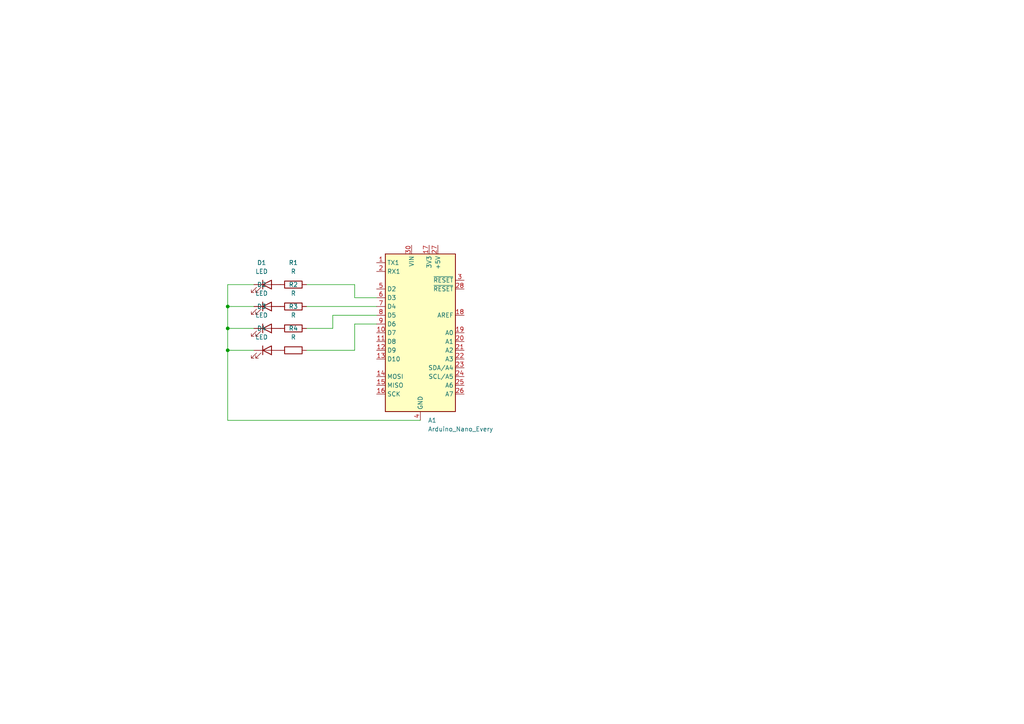
<source format=kicad_sch>
(kicad_sch
	(version 20231120)
	(generator "eeschema")
	(generator_version "8.0")
	(uuid "ede7393b-1658-4cd6-a1ba-dc5096bec480")
	(paper "A4")
	(lib_symbols
		(symbol "Device:LED"
			(pin_numbers hide)
			(pin_names
				(offset 1.016) hide)
			(exclude_from_sim no)
			(in_bom yes)
			(on_board yes)
			(property "Reference" "D"
				(at 0 2.54 0)
				(effects
					(font
						(size 1.27 1.27)
					)
				)
			)
			(property "Value" "LED"
				(at 0 -2.54 0)
				(effects
					(font
						(size 1.27 1.27)
					)
				)
			)
			(property "Footprint" ""
				(at 0 0 0)
				(effects
					(font
						(size 1.27 1.27)
					)
					(hide yes)
				)
			)
			(property "Datasheet" "~"
				(at 0 0 0)
				(effects
					(font
						(size 1.27 1.27)
					)
					(hide yes)
				)
			)
			(property "Description" "Light emitting diode"
				(at 0 0 0)
				(effects
					(font
						(size 1.27 1.27)
					)
					(hide yes)
				)
			)
			(property "ki_keywords" "LED diode"
				(at 0 0 0)
				(effects
					(font
						(size 1.27 1.27)
					)
					(hide yes)
				)
			)
			(property "ki_fp_filters" "LED* LED_SMD:* LED_THT:*"
				(at 0 0 0)
				(effects
					(font
						(size 1.27 1.27)
					)
					(hide yes)
				)
			)
			(symbol "LED_0_1"
				(polyline
					(pts
						(xy -1.27 -1.27) (xy -1.27 1.27)
					)
					(stroke
						(width 0.254)
						(type default)
					)
					(fill
						(type none)
					)
				)
				(polyline
					(pts
						(xy -1.27 0) (xy 1.27 0)
					)
					(stroke
						(width 0)
						(type default)
					)
					(fill
						(type none)
					)
				)
				(polyline
					(pts
						(xy 1.27 -1.27) (xy 1.27 1.27) (xy -1.27 0) (xy 1.27 -1.27)
					)
					(stroke
						(width 0.254)
						(type default)
					)
					(fill
						(type none)
					)
				)
				(polyline
					(pts
						(xy -3.048 -0.762) (xy -4.572 -2.286) (xy -3.81 -2.286) (xy -4.572 -2.286) (xy -4.572 -1.524)
					)
					(stroke
						(width 0)
						(type default)
					)
					(fill
						(type none)
					)
				)
				(polyline
					(pts
						(xy -1.778 -0.762) (xy -3.302 -2.286) (xy -2.54 -2.286) (xy -3.302 -2.286) (xy -3.302 -1.524)
					)
					(stroke
						(width 0)
						(type default)
					)
					(fill
						(type none)
					)
				)
			)
			(symbol "LED_1_1"
				(pin passive line
					(at -3.81 0 0)
					(length 2.54)
					(name "K"
						(effects
							(font
								(size 1.27 1.27)
							)
						)
					)
					(number "1"
						(effects
							(font
								(size 1.27 1.27)
							)
						)
					)
				)
				(pin passive line
					(at 3.81 0 180)
					(length 2.54)
					(name "A"
						(effects
							(font
								(size 1.27 1.27)
							)
						)
					)
					(number "2"
						(effects
							(font
								(size 1.27 1.27)
							)
						)
					)
				)
			)
		)
		(symbol "Device:R"
			(pin_numbers hide)
			(pin_names
				(offset 0)
			)
			(exclude_from_sim no)
			(in_bom yes)
			(on_board yes)
			(property "Reference" "R"
				(at 2.032 0 90)
				(effects
					(font
						(size 1.27 1.27)
					)
				)
			)
			(property "Value" "R"
				(at 0 0 90)
				(effects
					(font
						(size 1.27 1.27)
					)
				)
			)
			(property "Footprint" ""
				(at -1.778 0 90)
				(effects
					(font
						(size 1.27 1.27)
					)
					(hide yes)
				)
			)
			(property "Datasheet" "~"
				(at 0 0 0)
				(effects
					(font
						(size 1.27 1.27)
					)
					(hide yes)
				)
			)
			(property "Description" "Resistor"
				(at 0 0 0)
				(effects
					(font
						(size 1.27 1.27)
					)
					(hide yes)
				)
			)
			(property "ki_keywords" "R res resistor"
				(at 0 0 0)
				(effects
					(font
						(size 1.27 1.27)
					)
					(hide yes)
				)
			)
			(property "ki_fp_filters" "R_*"
				(at 0 0 0)
				(effects
					(font
						(size 1.27 1.27)
					)
					(hide yes)
				)
			)
			(symbol "R_0_1"
				(rectangle
					(start -1.016 -2.54)
					(end 1.016 2.54)
					(stroke
						(width 0.254)
						(type default)
					)
					(fill
						(type none)
					)
				)
			)
			(symbol "R_1_1"
				(pin passive line
					(at 0 3.81 270)
					(length 1.27)
					(name "~"
						(effects
							(font
								(size 1.27 1.27)
							)
						)
					)
					(number "1"
						(effects
							(font
								(size 1.27 1.27)
							)
						)
					)
				)
				(pin passive line
					(at 0 -3.81 90)
					(length 1.27)
					(name "~"
						(effects
							(font
								(size 1.27 1.27)
							)
						)
					)
					(number "2"
						(effects
							(font
								(size 1.27 1.27)
							)
						)
					)
				)
			)
		)
		(symbol "MCU_Module:Arduino_Nano_Every"
			(exclude_from_sim no)
			(in_bom yes)
			(on_board yes)
			(property "Reference" "A"
				(at -10.16 23.495 0)
				(effects
					(font
						(size 1.27 1.27)
					)
					(justify left bottom)
				)
			)
			(property "Value" "Arduino_Nano_Every"
				(at 5.08 -24.13 0)
				(effects
					(font
						(size 1.27 1.27)
					)
					(justify left top)
				)
			)
			(property "Footprint" "Module:Arduino_Nano"
				(at 0 0 0)
				(effects
					(font
						(size 1.27 1.27)
						(italic yes)
					)
					(hide yes)
				)
			)
			(property "Datasheet" "https://content.arduino.cc/assets/NANOEveryV3.0_sch.pdf"
				(at 0 0 0)
				(effects
					(font
						(size 1.27 1.27)
					)
					(hide yes)
				)
			)
			(property "Description" "Arduino Nano Every"
				(at 0 0 0)
				(effects
					(font
						(size 1.27 1.27)
					)
					(hide yes)
				)
			)
			(property "ki_keywords" "Arduino nano microcontroller module USB UPDI AATMega4809 AVR"
				(at 0 0 0)
				(effects
					(font
						(size 1.27 1.27)
					)
					(hide yes)
				)
			)
			(property "ki_fp_filters" "Arduino*Nano*"
				(at 0 0 0)
				(effects
					(font
						(size 1.27 1.27)
					)
					(hide yes)
				)
			)
			(symbol "Arduino_Nano_Every_0_1"
				(rectangle
					(start -10.16 22.86)
					(end 10.16 -22.86)
					(stroke
						(width 0.254)
						(type default)
					)
					(fill
						(type background)
					)
				)
			)
			(symbol "Arduino_Nano_Every_1_1"
				(pin bidirectional line
					(at -12.7 20.32 0)
					(length 2.54)
					(name "TX1"
						(effects
							(font
								(size 1.27 1.27)
							)
						)
					)
					(number "1"
						(effects
							(font
								(size 1.27 1.27)
							)
						)
					)
				)
				(pin bidirectional line
					(at -12.7 0 0)
					(length 2.54)
					(name "D7"
						(effects
							(font
								(size 1.27 1.27)
							)
						)
					)
					(number "10"
						(effects
							(font
								(size 1.27 1.27)
							)
						)
					)
				)
				(pin bidirectional line
					(at -12.7 -2.54 0)
					(length 2.54)
					(name "D8"
						(effects
							(font
								(size 1.27 1.27)
							)
						)
					)
					(number "11"
						(effects
							(font
								(size 1.27 1.27)
							)
						)
					)
				)
				(pin bidirectional line
					(at -12.7 -5.08 0)
					(length 2.54)
					(name "D9"
						(effects
							(font
								(size 1.27 1.27)
							)
						)
					)
					(number "12"
						(effects
							(font
								(size 1.27 1.27)
							)
						)
					)
				)
				(pin bidirectional line
					(at -12.7 -7.62 0)
					(length 2.54)
					(name "D10"
						(effects
							(font
								(size 1.27 1.27)
							)
						)
					)
					(number "13"
						(effects
							(font
								(size 1.27 1.27)
							)
						)
					)
				)
				(pin bidirectional line
					(at -12.7 -12.7 0)
					(length 2.54)
					(name "MOSI"
						(effects
							(font
								(size 1.27 1.27)
							)
						)
					)
					(number "14"
						(effects
							(font
								(size 1.27 1.27)
							)
						)
					)
				)
				(pin bidirectional line
					(at -12.7 -15.24 0)
					(length 2.54)
					(name "MISO"
						(effects
							(font
								(size 1.27 1.27)
							)
						)
					)
					(number "15"
						(effects
							(font
								(size 1.27 1.27)
							)
						)
					)
				)
				(pin bidirectional line
					(at -12.7 -17.78 0)
					(length 2.54)
					(name "SCK"
						(effects
							(font
								(size 1.27 1.27)
							)
						)
					)
					(number "16"
						(effects
							(font
								(size 1.27 1.27)
							)
						)
					)
				)
				(pin power_out line
					(at 2.54 25.4 270)
					(length 2.54)
					(name "3V3"
						(effects
							(font
								(size 1.27 1.27)
							)
						)
					)
					(number "17"
						(effects
							(font
								(size 1.27 1.27)
							)
						)
					)
				)
				(pin input line
					(at 12.7 5.08 180)
					(length 2.54)
					(name "AREF"
						(effects
							(font
								(size 1.27 1.27)
							)
						)
					)
					(number "18"
						(effects
							(font
								(size 1.27 1.27)
							)
						)
					)
				)
				(pin bidirectional line
					(at 12.7 0 180)
					(length 2.54)
					(name "A0"
						(effects
							(font
								(size 1.27 1.27)
							)
						)
					)
					(number "19"
						(effects
							(font
								(size 1.27 1.27)
							)
						)
					)
				)
				(pin bidirectional line
					(at -12.7 17.78 0)
					(length 2.54)
					(name "RX1"
						(effects
							(font
								(size 1.27 1.27)
							)
						)
					)
					(number "2"
						(effects
							(font
								(size 1.27 1.27)
							)
						)
					)
				)
				(pin bidirectional line
					(at 12.7 -2.54 180)
					(length 2.54)
					(name "A1"
						(effects
							(font
								(size 1.27 1.27)
							)
						)
					)
					(number "20"
						(effects
							(font
								(size 1.27 1.27)
							)
						)
					)
				)
				(pin bidirectional line
					(at 12.7 -5.08 180)
					(length 2.54)
					(name "A2"
						(effects
							(font
								(size 1.27 1.27)
							)
						)
					)
					(number "21"
						(effects
							(font
								(size 1.27 1.27)
							)
						)
					)
				)
				(pin bidirectional line
					(at 12.7 -7.62 180)
					(length 2.54)
					(name "A3"
						(effects
							(font
								(size 1.27 1.27)
							)
						)
					)
					(number "22"
						(effects
							(font
								(size 1.27 1.27)
							)
						)
					)
				)
				(pin bidirectional line
					(at 12.7 -10.16 180)
					(length 2.54)
					(name "SDA/A4"
						(effects
							(font
								(size 1.27 1.27)
							)
						)
					)
					(number "23"
						(effects
							(font
								(size 1.27 1.27)
							)
						)
					)
				)
				(pin bidirectional line
					(at 12.7 -12.7 180)
					(length 2.54)
					(name "SCL/A5"
						(effects
							(font
								(size 1.27 1.27)
							)
						)
					)
					(number "24"
						(effects
							(font
								(size 1.27 1.27)
							)
						)
					)
				)
				(pin bidirectional line
					(at 12.7 -15.24 180)
					(length 2.54)
					(name "A6"
						(effects
							(font
								(size 1.27 1.27)
							)
						)
					)
					(number "25"
						(effects
							(font
								(size 1.27 1.27)
							)
						)
					)
				)
				(pin bidirectional line
					(at 12.7 -17.78 180)
					(length 2.54)
					(name "A7"
						(effects
							(font
								(size 1.27 1.27)
							)
						)
					)
					(number "26"
						(effects
							(font
								(size 1.27 1.27)
							)
						)
					)
				)
				(pin power_out line
					(at 5.08 25.4 270)
					(length 2.54)
					(name "+5V"
						(effects
							(font
								(size 1.27 1.27)
							)
						)
					)
					(number "27"
						(effects
							(font
								(size 1.27 1.27)
							)
						)
					)
				)
				(pin input line
					(at 12.7 12.7 180)
					(length 2.54)
					(name "~{RESET}"
						(effects
							(font
								(size 1.27 1.27)
							)
						)
					)
					(number "28"
						(effects
							(font
								(size 1.27 1.27)
							)
						)
					)
				)
				(pin passive line
					(at 0 -25.4 90)
					(length 2.54) hide
					(name "GND"
						(effects
							(font
								(size 1.27 1.27)
							)
						)
					)
					(number "29"
						(effects
							(font
								(size 1.27 1.27)
							)
						)
					)
				)
				(pin input line
					(at 12.7 15.24 180)
					(length 2.54)
					(name "~{RESET}"
						(effects
							(font
								(size 1.27 1.27)
							)
						)
					)
					(number "3"
						(effects
							(font
								(size 1.27 1.27)
							)
						)
					)
				)
				(pin power_in line
					(at -2.54 25.4 270)
					(length 2.54)
					(name "VIN"
						(effects
							(font
								(size 1.27 1.27)
							)
						)
					)
					(number "30"
						(effects
							(font
								(size 1.27 1.27)
							)
						)
					)
				)
				(pin power_in line
					(at 0 -25.4 90)
					(length 2.54)
					(name "GND"
						(effects
							(font
								(size 1.27 1.27)
							)
						)
					)
					(number "4"
						(effects
							(font
								(size 1.27 1.27)
							)
						)
					)
				)
				(pin bidirectional line
					(at -12.7 12.7 0)
					(length 2.54)
					(name "D2"
						(effects
							(font
								(size 1.27 1.27)
							)
						)
					)
					(number "5"
						(effects
							(font
								(size 1.27 1.27)
							)
						)
					)
				)
				(pin bidirectional line
					(at -12.7 10.16 0)
					(length 2.54)
					(name "D3"
						(effects
							(font
								(size 1.27 1.27)
							)
						)
					)
					(number "6"
						(effects
							(font
								(size 1.27 1.27)
							)
						)
					)
				)
				(pin bidirectional line
					(at -12.7 7.62 0)
					(length 2.54)
					(name "D4"
						(effects
							(font
								(size 1.27 1.27)
							)
						)
					)
					(number "7"
						(effects
							(font
								(size 1.27 1.27)
							)
						)
					)
				)
				(pin bidirectional line
					(at -12.7 5.08 0)
					(length 2.54)
					(name "D5"
						(effects
							(font
								(size 1.27 1.27)
							)
						)
					)
					(number "8"
						(effects
							(font
								(size 1.27 1.27)
							)
						)
					)
				)
				(pin bidirectional line
					(at -12.7 2.54 0)
					(length 2.54)
					(name "D6"
						(effects
							(font
								(size 1.27 1.27)
							)
						)
					)
					(number "9"
						(effects
							(font
								(size 1.27 1.27)
							)
						)
					)
				)
			)
		)
	)
	(junction
		(at 66.04 101.6)
		(diameter 0)
		(color 0 0 0 0)
		(uuid "517b5d08-c3fe-4f3f-ab48-8af57d45cfd7")
	)
	(junction
		(at 66.04 95.25)
		(diameter 0)
		(color 0 0 0 0)
		(uuid "5ad02e91-782e-4408-8dee-c64c434c023f")
	)
	(junction
		(at 66.04 88.9)
		(diameter 0)
		(color 0 0 0 0)
		(uuid "79b84294-4cde-4245-827b-aef823093786")
	)
	(wire
		(pts
			(xy 66.04 88.9) (xy 66.04 95.25)
		)
		(stroke
			(width 0)
			(type default)
		)
		(uuid "0e4a8877-f037-4b32-b4b5-5bef7847bcdf")
	)
	(wire
		(pts
			(xy 88.9 88.9) (xy 109.22 88.9)
		)
		(stroke
			(width 0)
			(type default)
		)
		(uuid "1752c3cf-e141-4fbc-bbd0-466a6492c2e0")
	)
	(wire
		(pts
			(xy 73.66 82.55) (xy 66.04 82.55)
		)
		(stroke
			(width 0)
			(type default)
		)
		(uuid "204c7286-23f5-4ce3-a790-81633863e36c")
	)
	(wire
		(pts
			(xy 73.66 88.9) (xy 66.04 88.9)
		)
		(stroke
			(width 0)
			(type default)
		)
		(uuid "20565274-7c52-4a93-be01-c33cdc892298")
	)
	(wire
		(pts
			(xy 66.04 82.55) (xy 66.04 88.9)
		)
		(stroke
			(width 0)
			(type default)
		)
		(uuid "3e7090e2-ac56-4496-a09e-1e6c089dca12")
	)
	(wire
		(pts
			(xy 109.22 93.98) (xy 102.87 93.98)
		)
		(stroke
			(width 0)
			(type default)
		)
		(uuid "46ee9161-25ce-4244-890a-806643a3074d")
	)
	(wire
		(pts
			(xy 73.66 95.25) (xy 66.04 95.25)
		)
		(stroke
			(width 0)
			(type default)
		)
		(uuid "8472d4cd-f00c-4434-ac91-afb0bb342457")
	)
	(wire
		(pts
			(xy 66.04 101.6) (xy 66.04 121.92)
		)
		(stroke
			(width 0)
			(type default)
		)
		(uuid "96da4674-d951-4182-b8a3-7b63da6d14c1")
	)
	(wire
		(pts
			(xy 102.87 93.98) (xy 102.87 101.6)
		)
		(stroke
			(width 0)
			(type default)
		)
		(uuid "a3106121-830a-4cc4-95f7-9b9c2bd6615c")
	)
	(wire
		(pts
			(xy 109.22 91.44) (xy 96.52 91.44)
		)
		(stroke
			(width 0)
			(type default)
		)
		(uuid "b9820728-3c6d-49aa-bbe0-d5e2d471f3d9")
	)
	(wire
		(pts
			(xy 109.22 86.36) (xy 102.87 86.36)
		)
		(stroke
			(width 0)
			(type default)
		)
		(uuid "c780ec55-8187-4aab-8953-e6c4d3c726ee")
	)
	(wire
		(pts
			(xy 88.9 82.55) (xy 102.87 82.55)
		)
		(stroke
			(width 0)
			(type default)
		)
		(uuid "ceba1ed1-04ba-4b99-bbd6-10763b760e18")
	)
	(wire
		(pts
			(xy 88.9 101.6) (xy 102.87 101.6)
		)
		(stroke
			(width 0)
			(type default)
		)
		(uuid "d9ba0d3e-aaa8-482a-b26e-e6d825215b4f")
	)
	(wire
		(pts
			(xy 66.04 95.25) (xy 66.04 101.6)
		)
		(stroke
			(width 0)
			(type default)
		)
		(uuid "f2e8b366-a099-4f19-a95b-2df55a93a5b5")
	)
	(wire
		(pts
			(xy 96.52 91.44) (xy 96.52 95.25)
		)
		(stroke
			(width 0)
			(type default)
		)
		(uuid "f60a071f-0ee2-4320-92ea-34615eded8df")
	)
	(wire
		(pts
			(xy 66.04 121.92) (xy 121.92 121.92)
		)
		(stroke
			(width 0)
			(type default)
		)
		(uuid "fb91ea42-250e-4de2-998a-791bd2fad39b")
	)
	(wire
		(pts
			(xy 66.04 101.6) (xy 73.66 101.6)
		)
		(stroke
			(width 0)
			(type default)
		)
		(uuid "fbcd475e-82a4-4784-83b0-94356029ed34")
	)
	(wire
		(pts
			(xy 102.87 86.36) (xy 102.87 82.55)
		)
		(stroke
			(width 0)
			(type default)
		)
		(uuid "fbde7458-aaf1-4b90-8703-406c2c42126a")
	)
	(wire
		(pts
			(xy 88.9 95.25) (xy 96.52 95.25)
		)
		(stroke
			(width 0)
			(type default)
		)
		(uuid "fc9f5d72-80e0-4ae9-bc44-addecbeb3d49")
	)
	(symbol
		(lib_id "Device:R")
		(at 85.09 101.6 90)
		(unit 1)
		(exclude_from_sim no)
		(in_bom yes)
		(on_board yes)
		(dnp no)
		(fields_autoplaced yes)
		(uuid "18d8c59e-4640-48c9-8db1-8f34c507a5f7")
		(property "Reference" "R4"
			(at 85.09 95.25 90)
			(effects
				(font
					(size 1.27 1.27)
				)
			)
		)
		(property "Value" "R"
			(at 85.09 97.79 90)
			(effects
				(font
					(size 1.27 1.27)
				)
			)
		)
		(property "Footprint" ""
			(at 85.09 103.378 90)
			(effects
				(font
					(size 1.27 1.27)
				)
				(hide yes)
			)
		)
		(property "Datasheet" "~"
			(at 85.09 101.6 0)
			(effects
				(font
					(size 1.27 1.27)
				)
				(hide yes)
			)
		)
		(property "Description" "Resistor"
			(at 85.09 101.6 0)
			(effects
				(font
					(size 1.27 1.27)
				)
				(hide yes)
			)
		)
		(pin "2"
			(uuid "51151a42-81de-4958-9e3e-7de63e7bda4f")
		)
		(pin "1"
			(uuid "54606a17-0e39-4f6b-8304-80a908c8deef")
		)
		(instances
			(project "hacking-badge_template"
				(path "/ede7393b-1658-4cd6-a1ba-dc5096bec480"
					(reference "R4")
					(unit 1)
				)
			)
		)
	)
	(symbol
		(lib_id "Device:R")
		(at 85.09 82.55 90)
		(unit 1)
		(exclude_from_sim no)
		(in_bom yes)
		(on_board yes)
		(dnp no)
		(fields_autoplaced yes)
		(uuid "1c0c4b1b-431e-47c0-9f6a-a0862a3f2959")
		(property "Reference" "R1"
			(at 85.09 76.2 90)
			(effects
				(font
					(size 1.27 1.27)
				)
			)
		)
		(property "Value" "R"
			(at 85.09 78.74 90)
			(effects
				(font
					(size 1.27 1.27)
				)
			)
		)
		(property "Footprint" ""
			(at 85.09 84.328 90)
			(effects
				(font
					(size 1.27 1.27)
				)
				(hide yes)
			)
		)
		(property "Datasheet" "~"
			(at 85.09 82.55 0)
			(effects
				(font
					(size 1.27 1.27)
				)
				(hide yes)
			)
		)
		(property "Description" "Resistor"
			(at 85.09 82.55 0)
			(effects
				(font
					(size 1.27 1.27)
				)
				(hide yes)
			)
		)
		(pin "2"
			(uuid "1b4416f0-cbda-4c73-81dd-09849ce6825e")
		)
		(pin "1"
			(uuid "67735d08-23f3-4afa-8614-e2c5a118fd4c")
		)
		(instances
			(project ""
				(path "/ede7393b-1658-4cd6-a1ba-dc5096bec480"
					(reference "R1")
					(unit 1)
				)
			)
		)
	)
	(symbol
		(lib_id "Device:R")
		(at 85.09 88.9 90)
		(unit 1)
		(exclude_from_sim no)
		(in_bom yes)
		(on_board yes)
		(dnp no)
		(fields_autoplaced yes)
		(uuid "6bc6b400-36b1-4ca7-9e5d-61eeab7b0761")
		(property "Reference" "R2"
			(at 85.09 82.55 90)
			(effects
				(font
					(size 1.27 1.27)
				)
			)
		)
		(property "Value" "R"
			(at 85.09 85.09 90)
			(effects
				(font
					(size 1.27 1.27)
				)
			)
		)
		(property "Footprint" ""
			(at 85.09 90.678 90)
			(effects
				(font
					(size 1.27 1.27)
				)
				(hide yes)
			)
		)
		(property "Datasheet" "~"
			(at 85.09 88.9 0)
			(effects
				(font
					(size 1.27 1.27)
				)
				(hide yes)
			)
		)
		(property "Description" "Resistor"
			(at 85.09 88.9 0)
			(effects
				(font
					(size 1.27 1.27)
				)
				(hide yes)
			)
		)
		(pin "2"
			(uuid "68390fc3-5da9-4da5-bf08-126a5d5fcf72")
		)
		(pin "1"
			(uuid "33acfbf6-9735-4420-b1f7-1eed5ba8de63")
		)
		(instances
			(project "hacking-badge_template"
				(path "/ede7393b-1658-4cd6-a1ba-dc5096bec480"
					(reference "R2")
					(unit 1)
				)
			)
		)
	)
	(symbol
		(lib_id "Device:R")
		(at 85.09 95.25 90)
		(unit 1)
		(exclude_from_sim no)
		(in_bom yes)
		(on_board yes)
		(dnp no)
		(fields_autoplaced yes)
		(uuid "7f1d56c7-2c13-48a1-9c44-0d19e71f4566")
		(property "Reference" "R3"
			(at 85.09 88.9 90)
			(effects
				(font
					(size 1.27 1.27)
				)
			)
		)
		(property "Value" "R"
			(at 85.09 91.44 90)
			(effects
				(font
					(size 1.27 1.27)
				)
			)
		)
		(property "Footprint" ""
			(at 85.09 97.028 90)
			(effects
				(font
					(size 1.27 1.27)
				)
				(hide yes)
			)
		)
		(property "Datasheet" "~"
			(at 85.09 95.25 0)
			(effects
				(font
					(size 1.27 1.27)
				)
				(hide yes)
			)
		)
		(property "Description" "Resistor"
			(at 85.09 95.25 0)
			(effects
				(font
					(size 1.27 1.27)
				)
				(hide yes)
			)
		)
		(pin "2"
			(uuid "ec4b2da8-4500-4594-b4d3-0c29b3dcabca")
		)
		(pin "1"
			(uuid "2054bde8-a5c4-4dfe-9c05-92cf678f4fc9")
		)
		(instances
			(project "hacking-badge_template"
				(path "/ede7393b-1658-4cd6-a1ba-dc5096bec480"
					(reference "R3")
					(unit 1)
				)
			)
		)
	)
	(symbol
		(lib_id "Device:LED")
		(at 77.47 82.55 0)
		(unit 1)
		(exclude_from_sim no)
		(in_bom yes)
		(on_board yes)
		(dnp no)
		(fields_autoplaced yes)
		(uuid "84357167-283e-47c0-8fbd-3558944884c1")
		(property "Reference" "D1"
			(at 75.8825 76.2 0)
			(effects
				(font
					(size 1.27 1.27)
				)
			)
		)
		(property "Value" "LED"
			(at 75.8825 78.74 0)
			(effects
				(font
					(size 1.27 1.27)
				)
			)
		)
		(property "Footprint" ""
			(at 77.47 82.55 0)
			(effects
				(font
					(size 1.27 1.27)
				)
				(hide yes)
			)
		)
		(property "Datasheet" "~"
			(at 77.47 82.55 0)
			(effects
				(font
					(size 1.27 1.27)
				)
				(hide yes)
			)
		)
		(property "Description" "Light emitting diode"
			(at 77.47 82.55 0)
			(effects
				(font
					(size 1.27 1.27)
				)
				(hide yes)
			)
		)
		(pin "2"
			(uuid "e626907c-5576-42d2-b55e-eb7d732fe5c2")
		)
		(pin "1"
			(uuid "b6eb36d2-3b10-4457-803f-fafcbb6b4460")
		)
		(instances
			(project ""
				(path "/ede7393b-1658-4cd6-a1ba-dc5096bec480"
					(reference "D1")
					(unit 1)
				)
			)
		)
	)
	(symbol
		(lib_id "MCU_Module:Arduino_Nano_Every")
		(at 121.92 96.52 0)
		(unit 1)
		(exclude_from_sim no)
		(in_bom yes)
		(on_board yes)
		(dnp no)
		(fields_autoplaced yes)
		(uuid "84e6f18d-4ff5-40d0-b1e3-d65dcc250493")
		(property "Reference" "A1"
			(at 124.1141 121.92 0)
			(effects
				(font
					(size 1.27 1.27)
				)
				(justify left)
			)
		)
		(property "Value" "Arduino_Nano_Every"
			(at 124.1141 124.46 0)
			(effects
				(font
					(size 1.27 1.27)
				)
				(justify left)
			)
		)
		(property "Footprint" "Module:Arduino_Nano"
			(at 121.92 96.52 0)
			(effects
				(font
					(size 1.27 1.27)
					(italic yes)
				)
				(hide yes)
			)
		)
		(property "Datasheet" "https://content.arduino.cc/assets/NANOEveryV3.0_sch.pdf"
			(at 121.92 96.52 0)
			(effects
				(font
					(size 1.27 1.27)
				)
				(hide yes)
			)
		)
		(property "Description" "Arduino Nano Every"
			(at 121.92 96.52 0)
			(effects
				(font
					(size 1.27 1.27)
				)
				(hide yes)
			)
		)
		(pin "19"
			(uuid "db9bb120-091a-4748-8e10-f031c505eff3")
		)
		(pin "1"
			(uuid "54084c26-7bb8-4cf6-b9c4-45589bb13881")
		)
		(pin "10"
			(uuid "7993a407-13fc-4aa9-ad57-f4fe2a4fefc5")
		)
		(pin "12"
			(uuid "2e754f4e-f838-4e16-83b9-d0ef58be5972")
		)
		(pin "13"
			(uuid "d2831084-4a36-4168-be67-942a58f52f7b")
		)
		(pin "27"
			(uuid "e4f7d2b8-b235-4c33-a416-74d706a374dd")
		)
		(pin "17"
			(uuid "8b9ae89a-0d02-4cad-9e79-d2000406a354")
		)
		(pin "14"
			(uuid "8715df37-811e-41af-9fbc-86625e3a9bf9")
		)
		(pin "8"
			(uuid "7eb5833b-da58-4e67-90bf-e61cc6cbea22")
		)
		(pin "9"
			(uuid "7a963380-9794-48c5-8deb-cb72e023d448")
		)
		(pin "21"
			(uuid "8445d613-5441-4090-925c-bc0157257944")
		)
		(pin "23"
			(uuid "ff4d8289-91e6-49c8-b861-5701b2234e59")
		)
		(pin "26"
			(uuid "0bb65ee6-e557-4cdb-afe9-69cc90c063e5")
		)
		(pin "29"
			(uuid "75530d09-a4c3-4338-b1aa-9811f2eca760")
		)
		(pin "18"
			(uuid "2ac0b444-7635-488e-9f7d-493a9353baf1")
		)
		(pin "4"
			(uuid "c58a7a7d-f26f-4e08-9d9e-d8d9383eaf8a")
		)
		(pin "15"
			(uuid "c2128e93-9086-42ad-a3a2-d4687bca8320")
		)
		(pin "30"
			(uuid "09869e06-8de4-45d9-b547-da2ac114d84f")
		)
		(pin "11"
			(uuid "cc5f0252-974d-4194-8d0e-961319f876a3")
		)
		(pin "16"
			(uuid "abd34a87-115a-4a72-a57b-e7ea5cbaabb1")
		)
		(pin "2"
			(uuid "8b1e0e76-b8e2-45f6-a9d3-b4422ce7af0e")
		)
		(pin "22"
			(uuid "15a87f3f-735e-478d-802c-2149cffbb6a7")
		)
		(pin "24"
			(uuid "712c63c3-c502-4048-a38d-cfce088afe22")
		)
		(pin "28"
			(uuid "6c13b865-33b3-4d9b-a40b-59e9c6a48ba5")
		)
		(pin "25"
			(uuid "31db1462-feba-4128-87d1-10ec7d30bd91")
		)
		(pin "5"
			(uuid "c5432584-1885-4571-95fc-f1eabf4037b1")
		)
		(pin "6"
			(uuid "e87a44d8-eafa-4dd6-8d8e-8df42c62f628")
		)
		(pin "7"
			(uuid "4e2e5a04-13f8-42ca-827a-be5a72dc14c1")
		)
		(pin "20"
			(uuid "3f721d5c-1cec-4769-a7eb-2ca9a1e2a99f")
		)
		(pin "3"
			(uuid "5afa6b67-86fa-413b-9ab6-d3c819999585")
		)
		(instances
			(project ""
				(path "/ede7393b-1658-4cd6-a1ba-dc5096bec480"
					(reference "A1")
					(unit 1)
				)
			)
		)
	)
	(symbol
		(lib_id "Device:LED")
		(at 77.47 95.25 0)
		(unit 1)
		(exclude_from_sim no)
		(in_bom yes)
		(on_board yes)
		(dnp no)
		(fields_autoplaced yes)
		(uuid "aa0edd9a-5d4e-4c45-a56e-4dac5d39799d")
		(property "Reference" "D3"
			(at 75.8825 88.9 0)
			(effects
				(font
					(size 1.27 1.27)
				)
			)
		)
		(property "Value" "LED"
			(at 75.8825 91.44 0)
			(effects
				(font
					(size 1.27 1.27)
				)
			)
		)
		(property "Footprint" ""
			(at 77.47 95.25 0)
			(effects
				(font
					(size 1.27 1.27)
				)
				(hide yes)
			)
		)
		(property "Datasheet" "~"
			(at 77.47 95.25 0)
			(effects
				(font
					(size 1.27 1.27)
				)
				(hide yes)
			)
		)
		(property "Description" "Light emitting diode"
			(at 77.47 95.25 0)
			(effects
				(font
					(size 1.27 1.27)
				)
				(hide yes)
			)
		)
		(pin "2"
			(uuid "e5d03b6b-e8b7-4c5d-a04b-8f64ad423294")
		)
		(pin "1"
			(uuid "f389b51a-2b6e-4658-8967-4a3c5aa11d6d")
		)
		(instances
			(project "hacking-badge_template"
				(path "/ede7393b-1658-4cd6-a1ba-dc5096bec480"
					(reference "D3")
					(unit 1)
				)
			)
		)
	)
	(symbol
		(lib_id "Device:LED")
		(at 77.47 88.9 0)
		(unit 1)
		(exclude_from_sim no)
		(in_bom yes)
		(on_board yes)
		(dnp no)
		(fields_autoplaced yes)
		(uuid "c0eefb6f-7bdf-4d12-b249-ce75ee20ed3b")
		(property "Reference" "D2"
			(at 75.8825 82.55 0)
			(effects
				(font
					(size 1.27 1.27)
				)
			)
		)
		(property "Value" "LED"
			(at 75.8825 85.09 0)
			(effects
				(font
					(size 1.27 1.27)
				)
			)
		)
		(property "Footprint" ""
			(at 77.47 88.9 0)
			(effects
				(font
					(size 1.27 1.27)
				)
				(hide yes)
			)
		)
		(property "Datasheet" "~"
			(at 77.47 88.9 0)
			(effects
				(font
					(size 1.27 1.27)
				)
				(hide yes)
			)
		)
		(property "Description" "Light emitting diode"
			(at 77.47 88.9 0)
			(effects
				(font
					(size 1.27 1.27)
				)
				(hide yes)
			)
		)
		(pin "2"
			(uuid "878bb205-10ef-4f50-a9a5-5df7dbb596d0")
		)
		(pin "1"
			(uuid "e10afd37-6c8d-40f3-ba9d-0955e6cc5a67")
		)
		(instances
			(project "hacking-badge_template"
				(path "/ede7393b-1658-4cd6-a1ba-dc5096bec480"
					(reference "D2")
					(unit 1)
				)
			)
		)
	)
	(symbol
		(lib_id "Device:LED")
		(at 77.47 101.6 0)
		(unit 1)
		(exclude_from_sim no)
		(in_bom yes)
		(on_board yes)
		(dnp no)
		(fields_autoplaced yes)
		(uuid "dbb7f753-52e9-48c7-9b1d-3a3d62100cfa")
		(property "Reference" "D4"
			(at 75.8825 95.25 0)
			(effects
				(font
					(size 1.27 1.27)
				)
			)
		)
		(property "Value" "LED"
			(at 75.8825 97.79 0)
			(effects
				(font
					(size 1.27 1.27)
				)
			)
		)
		(property "Footprint" ""
			(at 77.47 101.6 0)
			(effects
				(font
					(size 1.27 1.27)
				)
				(hide yes)
			)
		)
		(property "Datasheet" "~"
			(at 77.47 101.6 0)
			(effects
				(font
					(size 1.27 1.27)
				)
				(hide yes)
			)
		)
		(property "Description" "Light emitting diode"
			(at 77.47 101.6 0)
			(effects
				(font
					(size 1.27 1.27)
				)
				(hide yes)
			)
		)
		(pin "2"
			(uuid "60daf8fc-cbac-4c7d-b267-02b8bf2f5877")
		)
		(pin "1"
			(uuid "1a474fed-2ab7-481b-b448-8bd792f85fd0")
		)
		(instances
			(project "hacking-badge_template"
				(path "/ede7393b-1658-4cd6-a1ba-dc5096bec480"
					(reference "D4")
					(unit 1)
				)
			)
		)
	)
	(sheet_instances
		(path "/"
			(page "1")
		)
	)
)

</source>
